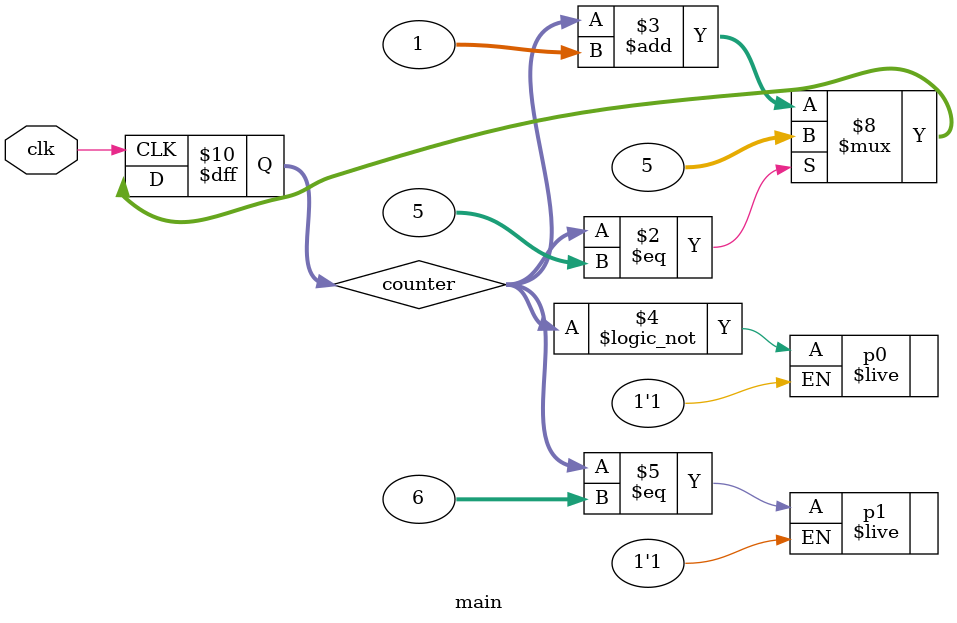
<source format=sv>
module main(input clk);

  reg [31:0] counter;

  initial counter=0;

  always @(posedge clk)
    if(counter == 5)
      counter = 5;
    else
      counter=counter+1;

  // both expected to fail
  p0: assert property (eventually counter==0);
  p1: assert property (eventually counter==6);

endmodule

</source>
